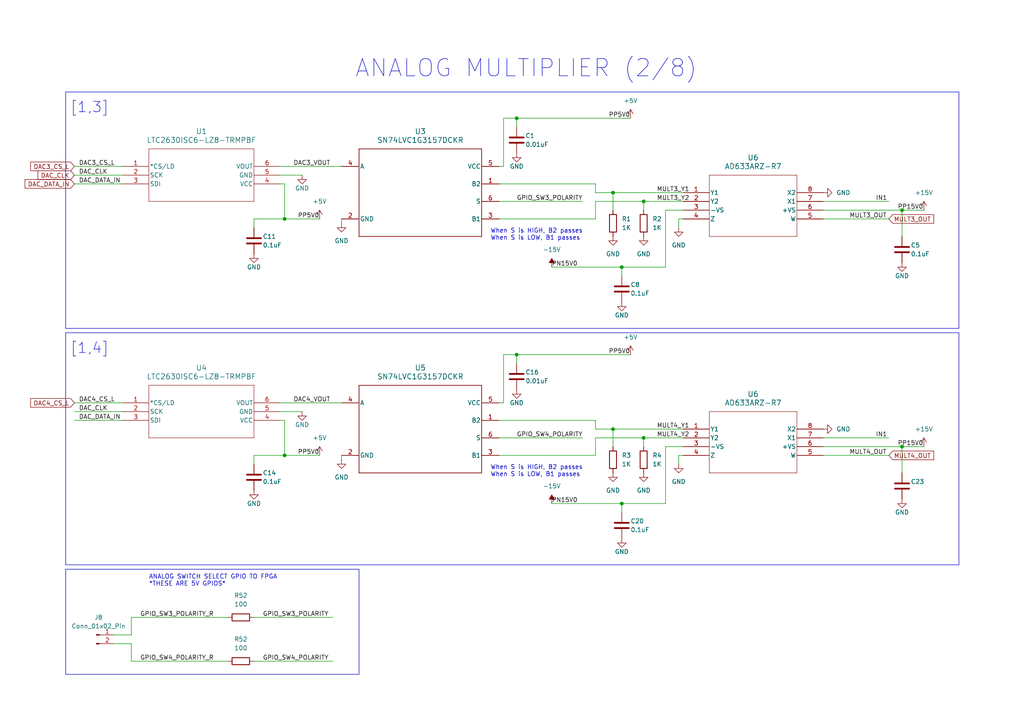
<source format=kicad_sch>
(kicad_sch (version 20230121) (generator eeschema)
  (paper "A4")
  (lib_symbols
    (symbol "AD633ARZ-R7:AD633ARZ-R7" (pin_names (offset 0.254))
      (property "Reference" "U" (at 20.32 10.16 0))
      (property "Value" "AD633ARZ-R7" (at 20.32 7.62 0))
      (symbol "AD633ARZ-R7_0_1"
        (polyline (pts (xy 7.62 -12.7) (xy 33.02 -12.7)) (stroke (width 0.127)))
        (polyline (pts (xy 7.62 5.08) (xy 7.62 -12.7)) (stroke (width 0.127)))
        (polyline (pts (xy 33.02 -12.7) (xy 33.02 5.08)) (stroke (width 0.127)))
        (polyline (pts (xy 33.02 5.08) (xy 7.62 5.08)) (stroke (width 0.127)))
        (pin unspecified line (at 0 0 0) (length 7.62) (name "Y1") (number "1"))
        (pin unspecified line (at 0 -2.54 0) (length 7.62) (name "Y2") (number "2"))
        (pin power_in line (at 0 -5.08 0) (length 7.62) (name "-VS") (number "3"))
        (pin unspecified line (at 0 -7.62 0) (length 7.62) (name "Z") (number "4"))
        (pin unspecified line (at 40.64 -7.62 180) (length 7.62) (name "W") (number "5"))
        (pin power_in line (at 40.64 -5.08 180) (length 7.62) (name "+VS") (number "6"))
        (pin unspecified line (at 40.64 -2.54 180) (length 7.62) (name "X1") (number "7"))
        (pin unspecified line (at 40.64 0 180) (length 7.62) (name "X2") (number "8"))
      )
    )
    (symbol "Connector:Conn_01x02_Pin" (pin_names (offset 1.016) hide)
      (property "Reference" "J" (at 0 2.54 0))
      (property "Value" "Conn_01x02_Pin" (at 0 -5.08 0))
      (symbol "Conn_01x02_Pin_1_1"
        (polyline (pts (xy 1.27 -2.54) (xy 0.8636 -2.54)) (stroke (width 0.1524)))
        (polyline (pts (xy 1.27 0) (xy 0.8636 0)) (stroke (width 0.1524)))
        (rectangle (start 0.8636 -2.413) (end 0 -2.667) (stroke (width 0.1524)) (fill (type outline)))
        (rectangle (start 0.8636 0.127) (end 0 -0.127) (stroke (width 0.1524)) (fill (type outline)))
        (pin passive line (at 5.08 0 180) (length 3.81) (name "Pin_1") (number "1"))
        (pin passive line (at 5.08 -2.54 180) (length 3.81) (name "Pin_2") (number "2"))
      )
    )
    (symbol "Device:C" (pin_numbers hide) (pin_names (offset 0.254))
      (property "Reference" "C" (at 0.635 2.54 0))
      (property "Value" "C" (at 0.635 -2.54 0))
      (symbol "C_0_1"
        (polyline (pts (xy -2.032 -0.762) (xy 2.032 -0.762)) (stroke (width 0.508)))
        (polyline (pts (xy -2.032 0.762) (xy 2.032 0.762)) (stroke (width 0.508)))
      )
      (symbol "C_1_1"
        (pin passive line (at 0 3.81 270) (length 2.794) (name "~") (number "1"))
        (pin passive line (at 0 -3.81 90) (length 2.794) (name "~") (number "2"))
      )
    )
    (symbol "Device:R" (pin_numbers hide) (pin_names (offset 0))
      (property "Reference" "R" (at 2.032 0 90))
      (property "Value" "R" (at 0 0 90))
      (symbol "R_0_1"
        (rectangle (start -1.016 -2.54) (end 1.016 2.54) (stroke (width 0.254)))
      )
      (symbol "R_1_1"
        (pin passive line (at 0 3.81 270) (length 1.27) (name "~") (number "1"))
        (pin passive line (at 0 -3.81 90) (length 1.27) (name "~") (number "2"))
      )
    )
    (symbol "LTC2630ISC6-LZ8#TRMPBF:LTC2630ISC6-LZ8-TRMPBF" (pin_names (offset 0.254))
      (property "Reference" "U" (at 22.86 10.16 0))
      (property "Value" "LTC2630ISC6-LZ8-TRMPBF" (at 22.86 7.62 0))
      (symbol "LTC2630ISC6-LZ8-TRMPBF_0_1"
        (polyline (pts (xy 7.62 -10.16) (xy 38.1 -10.16)) (stroke (width 0.127)))
        (polyline (pts (xy 7.62 5.08) (xy 7.62 -10.16)) (stroke (width 0.127)))
        (polyline (pts (xy 38.1 -10.16) (xy 38.1 5.08)) (stroke (width 0.127)))
        (polyline (pts (xy 38.1 5.08) (xy 7.62 5.08)) (stroke (width 0.127)))
        (pin input line (at 0 0 0) (length 7.62) (name "*CS/LD") (number "1"))
        (pin input line (at 0 -2.54 0) (length 7.62) (name "SCK") (number "2"))
        (pin input line (at 0 -5.08 0) (length 7.62) (name "SDI") (number "3"))
        (pin power_in line (at 45.72 -5.08 180) (length 7.62) (name "VCC") (number "4"))
        (pin power_out line (at 45.72 -2.54 180) (length 7.62) (name "GND") (number "5"))
        (pin output line (at 45.72 0 180) (length 7.62) (name "VOUT") (number "6"))
      )
    )
    (symbol "SN74LVC1G3157DCKR:SN74LVC1G3157DCKR" (pin_names (offset 0.254))
      (property "Reference" "U" (at 0 2.54 0))
      (property "Value" "SN74LVC1G3157DCKR" (at 0 0 0))
      (symbol "SN74LVC1G3157DCKR_0_1"
        (polyline (pts (xy -17.78 -12.7) (xy 17.78 -12.7)) (stroke (width 0.2032)))
        (polyline (pts (xy -17.78 12.7) (xy -17.78 -12.7)) (stroke (width 0.2032)))
        (polyline (pts (xy 17.78 -12.7) (xy 17.78 12.7)) (stroke (width 0.2032)))
        (polyline (pts (xy 17.78 12.7) (xy -17.78 12.7)) (stroke (width 0.2032)))
        (pin input line (at -22.86 2.54 0) (length 5.08) (name "B2") (number "1"))
        (pin power_in line (at 22.86 -7.62 180) (length 5.08) (name "GND") (number "2"))
        (pin input line (at -22.86 -7.62 0) (length 5.08) (name "B1") (number "3"))
        (pin output line (at 22.86 7.62 180) (length 5.08) (name "A") (number "4"))
        (pin power_in line (at -22.86 7.62 0) (length 5.08) (name "VCC") (number "5"))
        (pin input line (at -22.86 -2.54 0) (length 5.08) (name "S") (number "6"))
      )
    )
    (symbol "power:+15V" (power) (pin_names (offset 0))
      (property "Value" "+15V" (at 0 3.556 0))
      (symbol "+15V_0_1"
        (polyline (pts (xy -0.762 1.27) (xy 0 2.54)))
        (polyline (pts (xy 0 0) (xy 0 2.54)))
        (polyline (pts (xy 0 2.54) (xy 0.762 1.27)))
      )
      (symbol "+15V_1_1"
        (pin power_in line (at 0 0 90) (length 0) hide (name "+15V") (number "1"))
      )
    )
    (symbol "power:+5V" (power) (pin_names (offset 0))
      (property "Value" "+5V" (at 0 3.556 0))
      (symbol "+5V_0_1"
        (polyline (pts (xy -0.762 1.27) (xy 0 2.54)))
        (polyline (pts (xy 0 0) (xy 0 2.54)))
        (polyline (pts (xy 0 2.54) (xy 0.762 1.27)))
      )
      (symbol "+5V_1_1"
        (pin power_in line (at 0 0 90) (length 0) hide (name "+5V") (number "1"))
      )
    )
    (symbol "power:-15V" (power) (pin_names (offset 0))
      (property "Value" "-15V" (at 0 3.81 0))
      (symbol "-15V_0_0"
        (pin power_in line (at 0 0 90) (length 0) hide (name "-15V") (number "1"))
      )
      (symbol "-15V_0_1"
        (polyline (pts (xy 0 0) (xy 0 1.27) (xy 0.762 1.27) (xy 0 2.54) (xy -0.762 1.27) (xy 0 1.27)) (fill (type outline)))
      )
    )
    (symbol "power:GND" (power) (pin_names (offset 0))
      (property "Value" "GND" (at 0 -3.81 0))
      (symbol "GND_0_1"
        (polyline (pts (xy 0 0) (xy 0 -1.27) (xy 1.27 -1.27) (xy 0 -2.54) (xy -1.27 -1.27) (xy 0 -1.27)))
      )
      (symbol "GND_1_1"
        (pin power_in line (at 0 0 270) (length 0) hide (name "GND") (number "1"))
      )
    )
  )
  (junction (at 186.69 127))
  (junction (at 180.34 77.47))
  (junction (at 186.69 58.42))
  (junction (at 149.86 34.29))
  (junction (at 261.62 60.96))
  (junction (at 82.55 132.08))
  (junction (at 177.8 55.88))
  (junction (at 82.55 63.5))
  (junction (at 149.86 102.87))
  (junction (at 177.8 124.46))
  (junction (at 180.34 146.05))
  (junction (at 261.62 129.54))
  (wire (pts (xy 180.34 77.47) (xy 180.34 80.01)))
  (wire (pts (xy 73.66 179.07) (xy 96.52 179.07)))
  (wire (pts (xy 172.72 58.42) (xy 186.69 58.42)))
  (wire (pts (xy 146.05 102.87) (xy 149.86 102.87)))
  (wire (pts (xy 238.76 58.42) (xy 257.81 58.42)))
  (wire (pts (xy 21.59 48.26) (xy 35.56 48.26)))
  (wire (pts (xy 81.28 116.84) (xy 99.06 116.84)))
  (wire (pts (xy 82.55 121.92) (xy 81.28 121.92)))
  (wire (pts (xy 177.8 124.46) (xy 177.8 129.54)))
  (wire (pts (xy 172.72 121.92) (xy 172.72 124.46)))
  (wire (pts (xy 160.02 146.05) (xy 180.34 146.05)))
  (wire (pts (xy 144.78 127) (xy 168.91 127)))
  (wire (pts (xy 198.12 129.54) (xy 193.04 129.54)))
  (wire (pts (xy 196.85 63.5) (xy 198.12 63.5)))
  (wire (pts (xy 82.55 53.34) (xy 82.55 63.5)))
  (wire (pts (xy 149.86 102.87) (xy 149.86 105.41)))
  (wire (pts (xy 33.02 186.69) (xy 38.1 186.69)))
  (wire (pts (xy 186.69 127) (xy 198.12 127)))
  (wire (pts (xy 38.1 191.77) (xy 66.04 191.77)))
  (wire (pts (xy 196.85 66.04) (xy 196.85 63.5)))
  (wire (pts (xy 193.04 60.96) (xy 193.04 77.47)))
  (wire (pts (xy 261.62 129.54) (xy 267.97 129.54)))
  (wire (pts (xy 33.02 184.15) (xy 38.1 184.15)))
  (wire (pts (xy 261.62 60.96) (xy 267.97 60.96)))
  (wire (pts (xy 172.72 132.08) (xy 172.72 127)))
  (wire (pts (xy 81.28 48.26) (xy 99.06 48.26)))
  (wire (pts (xy 177.8 55.88) (xy 177.8 60.96)))
  (wire (pts (xy 73.66 132.08) (xy 82.55 132.08)))
  (wire (pts (xy 172.72 55.88) (xy 177.8 55.88)))
  (wire (pts (xy 160.02 77.47) (xy 180.34 77.47)))
  (wire (pts (xy 81.28 50.8) (xy 87.63 50.8)))
  (wire (pts (xy 38.1 179.07) (xy 66.04 179.07)))
  (wire (pts (xy 146.05 116.84) (xy 144.78 116.84)))
  (wire (pts (xy 99.06 64.77) (xy 99.06 63.5)))
  (wire (pts (xy 180.34 77.47) (xy 193.04 77.47)))
  (wire (pts (xy 144.78 121.92) (xy 172.72 121.92)))
  (wire (pts (xy 172.72 124.46) (xy 177.8 124.46)))
  (wire (pts (xy 144.78 58.42) (xy 168.91 58.42)))
  (wire (pts (xy 146.05 34.29) (xy 146.05 48.26)))
  (wire (pts (xy 193.04 129.54) (xy 193.04 146.05)))
  (wire (pts (xy 146.05 102.87) (xy 146.05 116.84)))
  (wire (pts (xy 238.76 60.96) (xy 261.62 60.96)))
  (wire (pts (xy 180.34 146.05) (xy 193.04 146.05)))
  (wire (pts (xy 73.66 63.5) (xy 73.66 66.04)))
  (wire (pts (xy 198.12 60.96) (xy 193.04 60.96)))
  (wire (pts (xy 238.76 127) (xy 257.81 127)))
  (wire (pts (xy 82.55 132.08) (xy 92.71 132.08)))
  (wire (pts (xy 21.59 121.92) (xy 35.56 121.92)))
  (wire (pts (xy 146.05 34.29) (xy 149.86 34.29)))
  (wire (pts (xy 144.78 53.34) (xy 172.72 53.34)))
  (wire (pts (xy 144.78 63.5) (xy 172.72 63.5)))
  (wire (pts (xy 238.76 63.5) (xy 257.81 63.5)))
  (wire (pts (xy 172.72 127) (xy 186.69 127)))
  (wire (pts (xy 261.62 129.54) (xy 261.62 137.16)))
  (wire (pts (xy 38.1 184.15) (xy 38.1 179.07)))
  (wire (pts (xy 149.86 34.29) (xy 182.88 34.29)))
  (wire (pts (xy 146.05 48.26) (xy 144.78 48.26)))
  (wire (pts (xy 38.1 186.69) (xy 38.1 191.77)))
  (wire (pts (xy 82.55 53.34) (xy 81.28 53.34)))
  (wire (pts (xy 73.66 191.77) (xy 96.52 191.77)))
  (wire (pts (xy 21.59 116.84) (xy 35.56 116.84)))
  (wire (pts (xy 172.72 53.34) (xy 172.72 55.88)))
  (wire (pts (xy 144.78 132.08) (xy 172.72 132.08)))
  (wire (pts (xy 99.06 133.35) (xy 99.06 132.08)))
  (wire (pts (xy 238.76 129.54) (xy 261.62 129.54)))
  (wire (pts (xy 73.66 132.08) (xy 73.66 134.62)))
  (wire (pts (xy 82.55 63.5) (xy 92.71 63.5)))
  (wire (pts (xy 21.59 50.8) (xy 35.56 50.8)))
  (wire (pts (xy 261.62 60.96) (xy 261.62 68.58)))
  (wire (pts (xy 82.55 121.92) (xy 82.55 132.08)))
  (wire (pts (xy 21.59 53.34) (xy 35.56 53.34)))
  (wire (pts (xy 149.86 102.87) (xy 182.88 102.87)))
  (wire (pts (xy 81.28 119.38) (xy 87.63 119.38)))
  (wire (pts (xy 149.86 34.29) (xy 149.86 36.83)))
  (wire (pts (xy 186.69 127) (xy 186.69 129.54)))
  (wire (pts (xy 21.59 119.38) (xy 35.56 119.38)))
  (wire (pts (xy 177.8 124.46) (xy 198.12 124.46)))
  (wire (pts (xy 238.76 132.08) (xy 257.81 132.08)))
  (wire (pts (xy 73.66 63.5) (xy 82.55 63.5)))
  (wire (pts (xy 186.69 58.42) (xy 186.69 60.96)))
  (wire (pts (xy 186.69 58.42) (xy 198.12 58.42)))
  (wire (pts (xy 196.85 134.62) (xy 196.85 132.08)))
  (wire (pts (xy 180.34 146.05) (xy 180.34 148.59)))
  (wire (pts (xy 172.72 63.5) (xy 172.72 58.42)))
  (wire (pts (xy 196.85 132.08) (xy 198.12 132.08)))
  (wire (pts (xy 177.8 55.88) (xy 198.12 55.88)))
  (rectangle (start 19.05 26.67) (end 278.13 95.25))
  (rectangle (start 19.05 96.52) (end 278.13 163.83))
  (rectangle (start 19.05 165.1) (end 104.14 195.58))
  (text "ANALOG SWITCH SELECT GPIO TO FPGA\n*THESE ARE 5V GPIOS*" (at 43.18 170.18 0) (effects (font (size 1.27 1.27)) (justify left bottom)))
  (text "When S is HIGH, B2 passes\nWhen S is LOW, B1 passes" (at 142.24 138.43 0) (effects (font (size 1.27 1.27)) (justify left bottom)))
  (text "[1,3]" (at 20.32 33.02 0) (effects (font (size 3 3)) (justify left bottom)))
  (text "[1,4]" (at 20.32 102.87 0) (effects (font (size 3 3)) (justify left bottom)))
  (text "When S is HIGH, B2 passes\nWhen S is LOW, B1 passes" (at 142.24 69.85 0) (effects (font (size 1.27 1.27)) (justify left bottom)))
  (text "ANALOG MULTIPLIER (2/8)" (at 102.87 22.86 0) (effects (font (size 5 5)) (justify left bottom)))
  (label "MULT3_OUT" (at 246.38 63.5 0))
  (label "IN1" (at 254 127 0))
  (label "DAC_DATA_IN" (at 22.86 53.34 0))
  (label "MULT3_Y2" (at 190.5 58.42 0))
  (label "GPIO_SW4_POLARITY_R" (at 40.64 191.77 0))
  (label "GPIO_SW4_POLARITY" (at 149.86 127 0))
  (label "DAC4_VOUT" (at 85.09 116.84 0))
  (label "MULT4_Y2" (at 190.5 127 0))
  (label "PP5V0" (at 86.36 63.5 0))
  (label "GPIO_SW3_POLARITY" (at 76.2 179.07 0))
  (label "MULT4_Y1" (at 190.5 124.46 0))
  (label "DAC3_CS_L" (at 22.86 48.26 0))
  (label "MULT3_Y1" (at 190.5 55.88 0))
  (label "IN1" (at 254 58.42 0))
  (label "DAC4_CS_L" (at 22.86 116.84 0))
  (label "PN15V0" (at 160.02 77.47 0))
  (label "GPIO_SW3_POLARITY_R" (at 40.64 179.07 0))
  (label "GPIO_SW4_POLARITY" (at 76.2 191.77 0))
  (label "DAC3_VOUT" (at 85.09 48.26 0))
  (label "PP5V0" (at 176.53 34.29 0))
  (label "GPIO_SW3_POLARITY" (at 149.86 58.42 0))
  (label "DAC_CLK" (at 22.86 50.8 0))
  (label "PP15V0" (at 260.35 60.96 0))
  (label "PN15V0" (at 160.02 146.05 0))
  (label "PP15V0" (at 260.35 129.54 0))
  (label "PP5V0" (at 176.53 102.87 0))
  (label "PP5V0" (at 86.36 132.08 0))
  (label "DAC_DATA_IN" (at 22.86 121.92 0))
  (label "MULT4_OUT" (at 246.38 132.08 0))
  (label "DAC_CLK" (at 22.86 119.38 0))
  (global_label "DAC3_CS_L" (shape input) (at 21.59 48.26 180) (property "Intersheetrefs" "${INTERSHEET_REFS}" (effects hide)))
  (global_label "MULT4_OUT" (shape input) (at 257.81 132.08 0) (property "Intersheetrefs" "${INTERSHEET_REFS}" (effects hide)))
  (global_label "DAC_CLK" (shape input) (at 21.59 50.8 180) (property "Intersheetrefs" "${INTERSHEET_REFS}" (effects hide)))
  (global_label "DAC4_CS_L" (shape input) (at 21.59 116.84 180) (property "Intersheetrefs" "${INTERSHEET_REFS}" (effects hide)))
  (global_label "DAC_DATA_IN" (shape input) (at 21.59 53.34 180) (property "Intersheetrefs" "${INTERSHEET_REFS}" (effects hide)))
  (global_label "MULT3_OUT" (shape input) (at 257.81 63.5 0) (property "Intersheetrefs" "${INTERSHEET_REFS}" (effects hide)))
  (symbol (lib_id "power:GND") (at 180.34 87.63 0) (unit 1)
    (property "Reference" "#PWR014" (effects hide))
    (property "Value" "GND" (at 180.34 91.44 0))
    (instances (project "fydp" (path "" (reference "#PWR014") (unit 1)) (path "" (reference "#PWR093") (unit 1)) (path "" (reference "#PWR057") (unit 1))))
  )
  (symbol (lib_id "power:GND") (at 87.63 50.8 0) (unit 1)
    (property "Reference" "#PWR01" (effects hide))
    (property "Value" "GND" (at 87.63 54.61 0))
    (instances (project "fydp" (path "" (reference "#PWR01") (unit 1)) (path "" (reference "#PWR079") (unit 1)) (path "" (reference "#PWR043") (unit 1))))
  )
  (symbol (lib_id "power:GND") (at 87.63 119.38 0) (unit 1)
    (property "Reference" "#PWR022" (effects hide))
    (property "Value" "GND" (at 87.63 123.19 0))
    (instances (project "fydp" (path "" (reference "#PWR022") (unit 1)) (path "" (reference "#PWR080") (unit 1)) (path "" (reference "#PWR044") (unit 1))))
  )
  (symbol (lib_id "power:GND") (at 99.06 133.35 0) (unit 1)
    (property "Reference" "#PWR023" (effects hide))
    (property "Value" "GND" (at 99.06 138.43 0))
    (instances (project "fydp" (path "" (reference "#PWR023") (unit 1)) (path "" (reference "#PWR082") (unit 1)) (path "" (reference "#PWR046") (unit 1))))
  )
  (symbol (lib_id "power:+15V") (at 267.97 129.54 0) (unit 1)
    (property "Reference" "#PWR016" (effects hide))
    (property "Value" "+15V" (at 267.97 124.46 0))
    (instances (project "fydp" (path "" (reference "#PWR016") (unit 1)) (path "" (reference "#PWR067") (unit 1)) (path "" (reference "#PWR074") (unit 1))))
  )
  (symbol (lib_id "power:+5V") (at 182.88 102.87 0) (unit 1)
    (property "Reference" "#PWR021" (effects hide))
    (property "Value" "+5V" (at 182.88 97.79 0))
    (instances (project "fydp" (path "" (reference "#PWR021") (unit 1)) (path "" (reference "#PWR053") (unit 1)) (path "" (reference "#PWR073") (unit 1))))
  )
  (symbol (lib_id "power:GND") (at 238.76 124.46 90) (unit 1)
    (property "Reference" "#PWR033" (effects hide))
    (property "Value" "GND" (at 242.57 124.46 90) (effects (justify right)))
    (instances (project "fydp" (path "" (reference "#PWR033") (unit 1)) (path "" (reference "#PWR0102") (unit 1)) (path "" (reference "#PWR066") (unit 1))))
  )
  (symbol (lib_id "Device:C") (at 73.66 138.43 0) (unit 1)
    (property "Reference" "C14" (at 76.2 137.16 0) (effects (justify left)))
    (property "Value" "0.1uF" (at 76.2 139.7 0) (effects (justify left)))
    (property "Footprint" "Capacitor_SMD:C_0805_2012Metric" (effects hide))
    (instances (project "fydp" (path "" (reference "C14") (unit 1)) (path "" (reference "C52") (unit 1)) (path "" (reference "C28") (unit 1))))
  )
  (symbol (lib_id "power:GND") (at 186.69 137.16 0) (unit 1)
    (property "Reference" "#PWR030" (effects hide))
    (property "Value" "GND" (at 186.69 142.24 0))
    (instances (project "fydp" (path "" (reference "#PWR030") (unit 1)) (path "" (reference "#PWR096") (unit 1)) (path "" (reference "#PWR060") (unit 1))))
  )
  (symbol (lib_id "power:GND") (at 73.66 73.66 0) (unit 1)
    (property "Reference" "#PWR017" (effects hide))
    (property "Value" "GND" (at 73.66 77.47 0))
    (instances (project "fydp" (path "" (reference "#PWR017") (unit 1)) (path "" (reference "#PWR075") (unit 1)) (path "" (reference "#PWR039") (unit 1))))
  )
  (symbol (lib_id "power:GND") (at 261.62 144.78 0) (unit 1)
    (property "Reference" "#PWR035" (effects hide))
    (property "Value" "GND" (at 261.62 148.59 0))
    (instances (project "fydp" (path "" (reference "#PWR035") (unit 1)) (path "" (reference "#PWR0106") (unit 1)) (path "" (reference "#PWR070") (unit 1))))
  )
  (symbol (lib_id "power:GND") (at 73.66 142.24 0) (unit 1)
    (property "Reference" "#PWR020" (effects hide))
    (property "Value" "GND" (at 73.66 146.05 0))
    (instances (project "fydp" (path "" (reference "#PWR020") (unit 1)) (path "" (reference "#PWR076") (unit 1)) (path "" (reference "#PWR040") (unit 1))))
  )
  (symbol (lib_id "power:GND") (at 177.8 68.58 0) (unit 1)
    (property "Reference" "#PWR04" (effects hide))
    (property "Value" "GND" (at 177.8 73.66 0))
    (instances (project "fydp" (path "" (reference "#PWR04") (unit 1)) (path "" (reference "#PWR091") (unit 1)) (path "" (reference "#PWR055") (unit 1))))
  )
  (symbol (lib_id "power:GND") (at 177.8 137.16 0) (unit 1)
    (property "Reference" "#PWR028" (effects hide))
    (property "Value" "GND" (at 177.8 142.24 0))
    (instances (project "fydp" (path "" (reference "#PWR028") (unit 1)) (path "" (reference "#PWR092") (unit 1)) (path "" (reference "#PWR056") (unit 1))))
  )
  (symbol (lib_id "AD633ARZ-R7:AD633ARZ-R7") (at 198.12 124.46 0) (unit 1)
    (property "Reference" "U6" (at 218.44 114.3 0) (effects (font (size 1.524 1.524))))
    (property "Value" "AD633ARZ-R7" (at 218.44 116.84 0) (effects (font (size 1.524 1.524))))
    (property "Footprint" "fydp:R_8_ADI" (effects hide))
    (property "Datasheet" "AD633ARZ-R7" (effects hide))
    (instances (project "fydp" (path "" (reference "U6") (unit 1)) (path "" (reference "U12") (unit 1)) (path "" (reference "U18") (unit 1)) (path "" (reference "U30") (unit 1))))
  )
  (symbol (lib_id "power:-15V") (at 160.02 146.05 0) (unit 1)
    (property "Reference" "#PWR018" (effects hide))
    (property "Value" "-15V" (at 160.02 140.97 0))
    (instances (project "fydp" (path "" (reference "#PWR018") (unit 1)) (path "" (reference "#PWR068") (unit 1)) (path "" (reference "#PWR078") (unit 1))))
  )
  (symbol (lib_id "Device:C") (at 149.86 40.64 0) (unit 1)
    (property "Reference" "C1" (at 152.4 39.37 0) (effects (justify left)))
    (property "Value" "0.01uF" (at 152.4 41.91 0) (effects (justify left)))
    (property "Footprint" "Capacitor_SMD:C_0805_2012Metric" (effects hide))
    (instances (project "fydp" (path "" (reference "C1") (unit 1)) (path "" (reference "C55") (unit 1)) (path "" (reference "C31") (unit 1))))
  )
  (symbol (lib_id "Device:C") (at 261.62 72.39 0) (unit 1)
    (property "Reference" "C5" (at 264.16 71.12 0) (effects (justify left)))
    (property "Value" "0.1uF" (at 264.16 73.66 0) (effects (justify left)))
    (property "Footprint" "Capacitor_SMD:C_0805_2012Metric" (effects hide))
    (instances (project "fydp" (path "" (reference "C5") (unit 1)) (path "" (reference "C69") (unit 1)) (path "" (reference "C45") (unit 1))))
  )
  (symbol (lib_id "power:-15V") (at 160.02 77.47 0) (unit 1)
    (property "Reference" "#PWR018" (effects hide))
    (property "Value" "-15V" (at 160.02 72.39 0))
    (instances (project "fydp" (path "" (reference "#PWR018") (unit 1)) (path "" (reference "#PWR062") (unit 1)) (path "" (reference "#PWR0162") (unit 1)) (path "" (reference "#PWR0194") (unit 1))))
  )
  (symbol (lib_id "power:+5V") (at 92.71 63.5 0) (unit 1)
    (property "Reference" "#PWR021" (effects hide))
    (property "Value" "+5V" (at 92.71 58.42 0))
    (instances (project "fydp" (path "" (reference "#PWR021") (unit 1)) (path "" (reference "#PWR051") (unit 1)) (path "" (reference "#PWR072") (unit 1))))
  )
  (symbol (lib_id "power:GND") (at 261.62 76.2 0) (unit 1)
    (property "Reference" "#PWR011" (effects hide))
    (property "Value" "GND" (at 261.62 80.01 0))
    (instances (project "fydp" (path "" (reference "#PWR011") (unit 1)) (path "" (reference "#PWR0105") (unit 1)) (path "" (reference "#PWR069") (unit 1))))
  )
  (symbol (lib_id "power:GND") (at 99.06 64.77 0) (unit 1)
    (property "Reference" "#PWR02" (effects hide))
    (property "Value" "GND" (at 99.06 69.85 0))
    (instances (project "fydp" (path "" (reference "#PWR02") (unit 1)) (path "" (reference "#PWR081") (unit 1)) (path "" (reference "#PWR045") (unit 1))))
  )
  (symbol (lib_id "Device:C") (at 180.34 83.82 0) (unit 1)
    (property "Reference" "C8" (at 182.88 82.55 0) (effects (justify left)))
    (property "Value" "0.1uF" (at 182.88 85.09 0) (effects (justify left)))
    (property "Footprint" "Capacitor_SMD:C_0805_2012Metric" (effects hide))
    (instances (project "fydp" (path "" (reference "C8") (unit 1)) (path "" (reference "C63") (unit 1)) (path "" (reference "C39") (unit 1))))
  )
  (symbol (lib_id "Device:C") (at 149.86 109.22 0) (unit 1)
    (property "Reference" "C16" (at 152.4 107.95 0) (effects (justify left)))
    (property "Value" "0.01uF" (at 152.4 110.49 0) (effects (justify left)))
    (property "Footprint" "Capacitor_SMD:C_0805_2012Metric" (effects hide))
    (instances (project "fydp" (path "" (reference "C16") (unit 1)) (path "" (reference "C56") (unit 1)) (path "" (reference "C32") (unit 1))))
  )
  (symbol (lib_id "power:GND") (at 186.69 68.58 0) (unit 1)
    (property "Reference" "#PWR05" (effects hide))
    (property "Value" "GND" (at 186.69 73.66 0))
    (instances (project "fydp" (path "" (reference "#PWR05") (unit 1)) (path "" (reference "#PWR095") (unit 1)) (path "" (reference "#PWR059") (unit 1))))
  )
  (symbol (lib_id "power:+15V") (at 267.97 60.96 0) (unit 1)
    (property "Reference" "#PWR016" (effects hide))
    (property "Value" "+15V" (at 267.97 55.88 0))
    (instances (project "fydp" (path "" (reference "#PWR016") (unit 1)) (path "" (reference "#PWR061") (unit 1)) (path "" (reference "#PWR0160") (unit 1)) (path "" (reference "#PWR0193") (unit 1))))
  )
  (symbol (lib_id "Device:R") (at 177.8 64.77 0) (unit 1)
    (property "Reference" "R1" (at 180.34 63.5 0) (effects (justify left)))
    (property "Value" "1K" (at 180.34 66.04 0) (effects (justify left)))
    (property "Footprint" "Resistor_SMD:R_0805_2012Metric" (effects hide))
    (instances (project "fydp" (path "" (reference "R1") (unit 1)) (path "" (reference "R9") (unit 1)) (path "" (reference "R5") (unit 1))))
  )
  (symbol (lib_id "power:GND") (at 149.86 113.03 0) (unit 1)
    (property "Reference" "#PWR024" (effects hide))
    (property "Value" "GND" (at 149.86 116.84 0))
    (instances (project "fydp" (path "" (reference "#PWR024") (unit 1)) (path "" (reference "#PWR084") (unit 1)) (path "" (reference "#PWR048") (unit 1))))
  )
  (symbol (lib_id "power:GND") (at 196.85 66.04 0) (unit 1)
    (property "Reference" "#PWR03" (effects hide))
    (property "Value" "GND" (at 196.85 71.12 0))
    (instances (project "fydp" (path "" (reference "#PWR03") (unit 1)) (path "" (reference "#PWR099") (unit 1)) (path "" (reference "#PWR063") (unit 1))))
  )
  (symbol (lib_id "Device:R") (at 69.85 191.77 270) (unit 1)
    (property "Reference" "R52" (at 69.85 185.42 90))
    (property "Value" "100" (at 69.85 187.96 90))
    (property "Footprint" "Resistor_SMD:R_0805_2012Metric" (effects hide))
    (instances (project "fydp" (path "" (reference "R52") (unit 1)) (path "" (reference "R78") (unit 1)) (path "" (reference "R82") (unit 1)) (path "" (reference "R84") (unit 1))))
  )
  (symbol (lib_id "power:GND") (at 238.76 55.88 90) (unit 1)
    (property "Reference" "#PWR06" (effects hide))
    (property "Value" "GND" (at 242.57 55.88 90) (effects (justify right)))
    (instances (project "fydp" (path "" (reference "#PWR06") (unit 1)) (path "" (reference "#PWR0101") (unit 1)) (path "" (reference "#PWR065") (unit 1))))
  )
  (symbol (lib_id "Device:C") (at 73.66 69.85 0) (unit 1)
    (property "Reference" "C11" (at 76.2 68.58 0) (effects (justify left)))
    (property "Value" "0.1uF" (at 76.2 71.12 0) (effects (justify left)))
    (property "Footprint" "Capacitor_SMD:C_0805_2012Metric" (effects hide))
    (instances (project "fydp" (path "" (reference "C11") (unit 1)) (path "" (reference "C51") (unit 1)) (path "" (reference "C27") (unit 1))))
  )
  (symbol (lib_id "AD633ARZ-R7:AD633ARZ-R7") (at 198.12 55.88 0) (unit 1)
    (property "Reference" "U6" (at 218.44 45.72 0) (effects (font (size 1.524 1.524))))
    (property "Value" "AD633ARZ-R7" (at 218.44 48.26 0) (effects (font (size 1.524 1.524))))
    (property "Footprint" "fydp:R_8_ADI" (effects hide))
    (property "Datasheet" "AD633ARZ-R7" (effects hide))
    (instances (project "fydp" (path "" (reference "U6") (unit 1)) (path "" (reference "U11") (unit 1)) (path "" (reference "U18") (unit 1)) (path "" (reference "U30") (unit 1))))
  )
  (symbol (lib_id "LTC2630ISC6-LZ8#TRMPBF:LTC2630ISC6-LZ8-TRMPBF") (at 35.56 48.26 0) (unit 1)
    (property "Reference" "U1" (at 58.42 38.1 0) (effects (font (size 1.524 1.524))))
    (property "Value" "LTC2630ISC6-LZ8-TRMPBF" (at 58.42 40.64 0) (effects (font (size 1.524 1.524))))
    (property "Footprint" "Package_TO_SOT_SMD:SOT-363_SC-70-6_Handsoldering" (effects hide))
    (property "Datasheet" "LTC2630ISC6-LZ8-TRMPBF" (effects hide))
    (instances (project "fydp" (path "" (reference "U1") (unit 1)) (path "" (reference "U13") (unit 1)) (path "" (reference "U7") (unit 1))))
  )
  (symbol (lib_id "Device:C") (at 180.34 152.4 0) (unit 1)
    (property "Reference" "C20" (at 182.88 151.13 0) (effects (justify left)))
    (property "Value" "0.1uF" (at 182.88 153.67 0) (effects (justify left)))
    (property "Footprint" "Capacitor_SMD:C_0805_2012Metric" (effects hide))
    (instances (project "fydp" (path "" (reference "C20") (unit 1)) (path "" (reference "C64") (unit 1)) (path "" (reference "C40") (unit 1))))
  )
  (symbol (lib_id "LTC2630ISC6-LZ8#TRMPBF:LTC2630ISC6-LZ8-TRMPBF") (at 35.56 116.84 0) (unit 1)
    (property "Reference" "U4" (at 58.42 106.68 0) (effects (font (size 1.524 1.524))))
    (property "Value" "LTC2630ISC6-LZ8-TRMPBF" (at 58.42 109.22 0) (effects (font (size 1.524 1.524))))
    (property "Footprint" "Package_TO_SOT_SMD:SOT-363_SC-70-6_Handsoldering" (effects hide))
    (property "Datasheet" "LTC2630ISC6-LZ8-TRMPBF" (effects hide))
    (instances (project "fydp" (path "" (reference "U4") (unit 1)) (path "" (reference "U14") (unit 1)) (path "" (reference "U8") (unit 1))))
  )
  (symbol (lib_id "power:+5V") (at 182.88 34.29 0) (unit 1)
    (property "Reference" "#PWR021" (effects hide))
    (property "Value" "+5V" (at 182.88 29.21 0))
    (instances (project "fydp" (path "" (reference "#PWR021") (unit 1)) (path "" (reference "#PWR052") (unit 1)) (path "" (reference "#PWR071") (unit 1))))
  )
  (symbol (lib_id "Device:R") (at 186.69 64.77 0) (unit 1)
    (property "Reference" "R2" (at 189.23 63.5 0) (effects (justify left)))
    (property "Value" "1K" (at 189.23 66.04 0) (effects (justify left)))
    (property "Footprint" "Resistor_SMD:R_0805_2012Metric" (effects hide))
    (instances (project "fydp" (path "" (reference "R2") (unit 1)) (path "" (reference "R11") (unit 1)) (path "" (reference "R7") (unit 1))))
  )
  (symbol (lib_id "Device:C") (at 261.62 140.97 0) (unit 1)
    (property "Reference" "C23" (at 264.16 139.7 0) (effects (justify left)))
    (property "Value" "0.1uF" (effects hide))
    (property "Footprint" "Capacitor_SMD:C_0805_2012Metric" (effects hide))
    (instances (project "fydp" (path "" (reference "C23") (unit 1)) (path "" (reference "C70") (unit 1)) (path "" (reference "C46") (unit 1))))
  )
  (symbol (lib_id "power:GND") (at 196.85 134.62 0) (unit 1)
    (property "Reference" "#PWR032" (effects hide))
    (property "Value" "GND" (at 196.85 139.7 0))
    (instances (project "fydp" (path "" (reference "#PWR032") (unit 1)) (path "" (reference "#PWR0100") (unit 1)) (path "" (reference "#PWR064") (unit 1))))
  )
  (symbol (lib_id "power:GND") (at 180.34 156.21 0) (unit 1)
    (property "Reference" "#PWR029" (effects hide))
    (property "Value" "GND" (at 180.34 160.02 0))
    (instances (project "fydp" (path "" (reference "#PWR029") (unit 1)) (path "" (reference "#PWR094") (unit 1)) (path "" (reference "#PWR058") (unit 1))))
  )
  (symbol (lib_id "SN74LVC1G3157DCKR:SN74LVC1G3157DCKR") (at 121.92 124.46 0) (mirror y) (unit 1)
    (property "Reference" "U5" (at 121.92 106.68 0) (effects (font (size 1.524 1.524))))
    (property "Value" "SN74LVC1G3157DCKR" (at 121.92 109.22 0) (effects (font (size 1.524 1.524))))
    (property "Footprint" "Package_TO_SOT_SMD:SOT-23-6_Handsoldering" (effects hide))
    (property "Datasheet" "SN74LVC1G3157DCKR" (effects hide))
    (instances (project "fydp" (path "" (reference "U5") (unit 1)) (path "" (reference "U16") (unit 1)) (path "" (reference "U10") (unit 1))))
  )
  (symbol (lib_id "power:GND") (at 149.86 44.45 0) (unit 1)
    (property "Reference" "#PWR07" (effects hide))
    (property "Value" "GND" (at 149.86 48.26 0))
    (instances (project "fydp" (path "" (reference "#PWR07") (unit 1)) (path "" (reference "#PWR083") (unit 1)) (path "" (reference "#PWR047") (unit 1))))
  )
  (symbol (lib_id "Device:R") (at 186.69 133.35 0) (unit 1)
    (property "Reference" "R4" (at 189.23 132.08 0) (effects (justify left)))
    (property "Value" "1K" (at 189.23 134.62 0) (effects (justify left)))
    (property "Footprint" "Resistor_SMD:R_0805_2012Metric" (effects hide))
    (instances (project "fydp" (path "" (reference "R4") (unit 1)) (path "" (reference "R12") (unit 1)) (path "" (reference "R8") (unit 1))))
  )
  (symbol (lib_id "power:+5V") (at 92.71 132.08 0) (unit 1)
    (property "Reference" "#PWR021" (effects hide))
    (property "Value" "+5V" (at 92.71 127 0))
    (instances (project "fydp" (path "" (reference "#PWR021") (unit 1)) (path "" (reference "#PWR054") (unit 1)) (path "" (reference "#PWR077") (unit 1))))
  )
  (symbol (lib_id "Connector:Conn_01x02_Pin") (at 27.94 184.15 0) (unit 1)
    (property "Reference" "J8" (at 28.575 179.07 0))
    (property "Value" "Conn_01x02_Pin" (at 28.575 181.61 0))
    (property "Footprint" "Connector_PinHeader_2.54mm:PinHeader_1x02_P2.54mm_Vertical" (effects hide))
    (instances (project "fydp" (path "" (reference "J8") (unit 1)) (path "" (reference "J10") (unit 1)) (path "" (reference "J11") (unit 1))))
  )
  (symbol (lib_id "Device:R") (at 69.85 179.07 270) (unit 1)
    (property "Reference" "R52" (at 69.85 172.72 90))
    (property "Value" "100" (at 69.85 175.26 90))
    (property "Footprint" "Resistor_SMD:R_0805_2012Metric" (effects hide))
    (instances (project "fydp" (path "" (reference "R52") (unit 1)) (path "" (reference "R77") (unit 1)) (path "" (reference "R81") (unit 1)) (path "" (reference "R83") (unit 1))))
  )
  (symbol (lib_id "SN74LVC1G3157DCKR:SN74LVC1G3157DCKR") (at 121.92 55.88 0) (mirror y) (unit 1)
    (property "Reference" "U3" (at 121.92 38.1 0) (effects (font (size 1.524 1.524))))
    (property "Value" "SN74LVC1G3157DCKR" (at 121.92 40.64 0) (effects (font (size 1.524 1.524))))
    (property "Footprint" "Package_TO_SOT_SMD:SOT-23-6_Handsoldering" (effects hide))
    (property "Datasheet" "SN74LVC1G3157DCKR" (effects hide))
    (instances (project "fydp" (path "" (reference "U3") (unit 1)) (path "" (reference "U15") (unit 1)) (path "" (reference "U9") (unit 1))))
  )
  (symbol (lib_id "Device:R") (at 177.8 133.35 0) (unit 1)
    (property "Reference" "R3" (at 180.34 132.08 0) (effects (justify left)))
    (property "Value" "1K" (at 180.34 134.62 0) (effects (justify left)))
    (property "Footprint" "Resistor_SMD:R_0805_2012Metric" (effects hide))
    (instances (project "fydp" (path "" (reference "R3") (unit 1)) (path "" (reference "R10") (unit 1)) (path "" (reference "R6") (unit 1))))
  )
)
</source>
